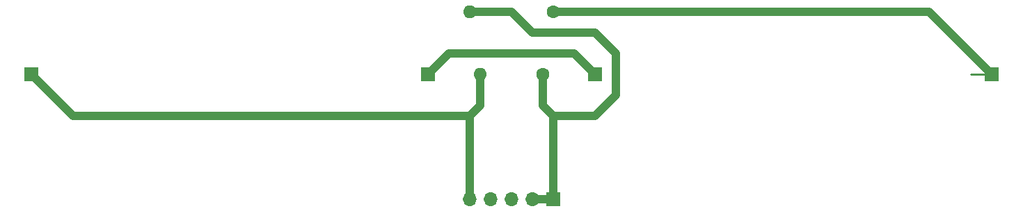
<source format=gbr>
%TF.GenerationSoftware,KiCad,Pcbnew,(6.0.5)*%
%TF.CreationDate,2022-08-02T20:44:44+02:00*%
%TF.ProjectId,Solar,536f6c61-722e-46b6-9963-61645f706362,rev?*%
%TF.SameCoordinates,Original*%
%TF.FileFunction,Copper,L1,Top*%
%TF.FilePolarity,Positive*%
%FSLAX46Y46*%
G04 Gerber Fmt 4.6, Leading zero omitted, Abs format (unit mm)*
G04 Created by KiCad (PCBNEW (6.0.5)) date 2022-08-02 20:44:44*
%MOMM*%
%LPD*%
G01*
G04 APERTURE LIST*
%TA.AperFunction,ComponentPad*%
%ADD10R,1.700000X1.700000*%
%TD*%
%TA.AperFunction,ComponentPad*%
%ADD11O,1.700000X1.700000*%
%TD*%
%TA.AperFunction,ComponentPad*%
%ADD12C,1.600000*%
%TD*%
%TA.AperFunction,ComponentPad*%
%ADD13O,1.600000X1.600000*%
%TD*%
%TA.AperFunction,Conductor*%
%ADD14C,1.000000*%
%TD*%
%TA.AperFunction,Conductor*%
%ADD15C,0.250000*%
%TD*%
G04 APERTURE END LIST*
D10*
%TO.P,Solar1conn1,1,Pin_1*%
%TO.N,/Solar1Pos*%
X203200000Y-104140000D03*
%TD*%
%TO.P,SolarPanelConnector1,1,Pin_1*%
%TO.N,Net-(R1-Pad2)*%
X149855000Y-119380000D03*
D11*
%TO.P,SolarPanelConnector1,2,Pin_2*%
X147315000Y-119380000D03*
%TO.P,SolarPanelConnector1,3,Pin_3*%
%TO.N,unconnected-(SolarPanelConnector1-Pad3)*%
X144775000Y-119380000D03*
%TO.P,SolarPanelConnector1,4,Pin_4*%
%TO.N,unconnected-(SolarPanelConnector1-Pad4)*%
X142235000Y-119380000D03*
%TO.P,SolarPanelConnector1,5,Pin_5*%
%TO.N,/Solar2Neg*%
X139695000Y-119380000D03*
%TD*%
D10*
%TO.P,SolarJoin1,1,Pin_1*%
%TO.N,Net-(SC1-Pad2)*%
X134620000Y-104140000D03*
%TD*%
D12*
%TO.P,R1,1*%
%TO.N,/Solar1Pos*%
X149860000Y-96520000D03*
D13*
%TO.P,R1,2*%
%TO.N,Net-(R1-Pad2)*%
X139700000Y-96520000D03*
%TD*%
D10*
%TO.P,Solar2conn1,1,Pin_1*%
%TO.N,/Solar2Neg*%
X86360000Y-104140000D03*
%TD*%
%TO.P,SolarJoin2,1,Pin_1*%
%TO.N,Net-(SC1-Pad2)*%
X154940000Y-104140000D03*
%TD*%
D12*
%TO.P,R2,1*%
%TO.N,Net-(R1-Pad2)*%
X148590000Y-104140000D03*
D13*
%TO.P,R2,2*%
%TO.N,/Solar2Neg*%
X140970000Y-104140000D03*
%TD*%
D14*
%TO.N,Net-(R1-Pad2)*%
X149855000Y-119380000D02*
X147315000Y-119380000D01*
X149855000Y-109220000D02*
X149855000Y-119380000D01*
%TO.N,/Solar2Neg*%
X139695000Y-109220000D02*
X139695000Y-119380000D01*
%TO.N,/Solar1Pos*%
X149860000Y-96520000D02*
X195580000Y-96520000D01*
X195580000Y-96520000D02*
X203200000Y-104140000D01*
D15*
X200660000Y-104140000D02*
X203200000Y-104140000D01*
%TO.N,Net-(R1-Pad2)*%
X148590000Y-107955000D02*
X149855000Y-109220000D01*
D14*
X144780000Y-96520000D02*
X147320000Y-99060000D01*
D15*
X148590000Y-104140000D02*
X148590000Y-107955000D01*
D14*
X157480000Y-101600000D02*
X157480000Y-106680000D01*
X139700000Y-96520000D02*
X144780000Y-96520000D01*
X154940000Y-99060000D02*
X157480000Y-101600000D01*
X154940000Y-109220000D02*
X149860000Y-109220000D01*
X148590000Y-107950000D02*
X148590000Y-104140000D01*
X149860000Y-109220000D02*
X148590000Y-107950000D01*
X147320000Y-99060000D02*
X154940000Y-99060000D01*
X157480000Y-106680000D02*
X154940000Y-109220000D01*
%TO.N,/Solar2Neg*%
X140970000Y-107945000D02*
X139695000Y-109220000D01*
X139695000Y-109220000D02*
X91440000Y-109220000D01*
X91440000Y-109220000D02*
X86360000Y-104140000D01*
X140970000Y-104140000D02*
X140970000Y-107945000D01*
%TO.N,Net-(SC1-Pad2)*%
X134620000Y-104140000D02*
X137160000Y-101600000D01*
X137160000Y-101600000D02*
X152400000Y-101600000D01*
X152400000Y-101600000D02*
X154940000Y-104140000D01*
%TD*%
M02*

</source>
